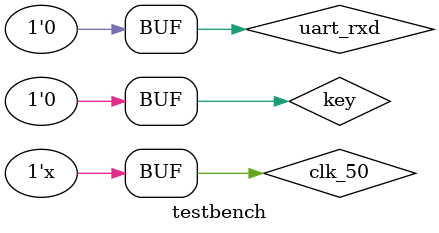
<source format=v>
`timescale 1ns / 1ns

module testbench;
//
parameter ClkFrequency = 50000000;
parameter Baud = 115200;
parameter Oversampling = 4;
parameter WIDTH=16;
parameter OUT_WIDTH=38;
//
reg clk_50;
reg [0:0] key;		//reset key
reg [3:0] sw;
reg uart_rxd;
wire [15:0] ledr;
wire uart_txd;

//

LAB1_top mut(
.CLOCK_50(clk_50),
.KEY(key),
.SW(sw),
.UART_RXD(uart_rxd),
.UART_TXD(uart_txd),
.LEDR(ledr)
);

// make clks

initial
begin
	clk_50 = 1'b0;
end

always #20 clk_50 = ~clk_50;

// make reset signal

initial
begin 
	key = 1'b0;   
	#25
	key = 1'b1;
	#25
	key = 1'b0;
	#25;
end

// push each input
//1111100101100000
//22000
//21000
initial
begin
	uart_rxd = 1'b1;
	#Baud
	uart_rxd = 1'b1;
	#Baud
	uart_rxd = 1'b0;
	#Baud
	uart_rxd = 1'b1;
	#Baud
	uart_rxd = 1'b0;	
	#Baud
	uart_rxd = 1'b1;
	#Baud
	uart_rxd = 1'b0;
	#Baud
	uart_rxd = 1'b1;
	#Baud
	uart_rxd = 1'b0;
	#Baud
	uart_rxd = 1'b1;
	#Baud
	uart_rxd = 1'b0;
	#Baud
	uart_rxd = 1'b1;
	#Baud
	uart_rxd = 1'b0;
	#Baud
	uart_rxd = 1'b1;
	#Baud
	uart_rxd = 1'b0;
	#Baud
	uart_rxd = 1'b1;
	#Baud
	uart_rxd = 1'b0;
	#Baud
	uart_rxd = 1'b1;
	#Baud
	uart_rxd = 1'b0;
	#250000;
end

endmodule

</source>
